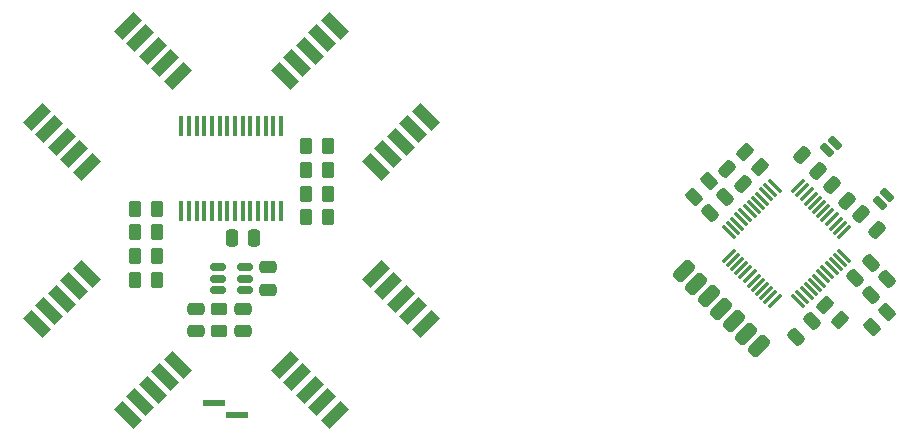
<source format=gtp>
G04 #@! TF.GenerationSoftware,KiCad,Pcbnew,9.0.3-9.0.3-0~ubuntu24.04.1*
G04 #@! TF.CreationDate,2025-07-13T11:29:56+02:00*
G04 #@! TF.ProjectId,PCBWatch,50434257-6174-4636-982e-6b696361645f,rev?*
G04 #@! TF.SameCoordinates,Original*
G04 #@! TF.FileFunction,Paste,Top*
G04 #@! TF.FilePolarity,Positive*
%FSLAX46Y46*%
G04 Gerber Fmt 4.6, Leading zero omitted, Abs format (unit mm)*
G04 Created by KiCad (PCBNEW 9.0.3-9.0.3-0~ubuntu24.04.1) date 2025-07-13 11:29:56*
%MOMM*%
%LPD*%
G01*
G04 APERTURE LIST*
G04 Aperture macros list*
%AMRoundRect*
0 Rectangle with rounded corners*
0 $1 Rounding radius*
0 $2 $3 $4 $5 $6 $7 $8 $9 X,Y pos of 4 corners*
0 Add a 4 corners polygon primitive as box body*
4,1,4,$2,$3,$4,$5,$6,$7,$8,$9,$2,$3,0*
0 Add four circle primitives for the rounded corners*
1,1,$1+$1,$2,$3*
1,1,$1+$1,$4,$5*
1,1,$1+$1,$6,$7*
1,1,$1+$1,$8,$9*
0 Add four rect primitives between the rounded corners*
20,1,$1+$1,$2,$3,$4,$5,0*
20,1,$1+$1,$4,$5,$6,$7,0*
20,1,$1+$1,$6,$7,$8,$9,0*
20,1,$1+$1,$8,$9,$2,$3,0*%
%AMRotRect*
0 Rectangle, with rotation*
0 The origin of the aperture is its center*
0 $1 length*
0 $2 width*
0 $3 Rotation angle, in degrees counterclockwise*
0 Add horizontal line*
21,1,$1,$2,0,0,$3*%
G04 Aperture macros list end*
%ADD10RoundRect,0.250000X-0.262500X-0.450000X0.262500X-0.450000X0.262500X0.450000X-0.262500X0.450000X0*%
%ADD11RoundRect,0.250000X0.475000X-0.250000X0.475000X0.250000X-0.475000X0.250000X-0.475000X-0.250000X0*%
%ADD12RoundRect,0.150000X-0.512500X-0.150000X0.512500X-0.150000X0.512500X0.150000X-0.512500X0.150000X0*%
%ADD13R,0.450000X1.750000*%
%ADD14RoundRect,0.250000X-0.450000X0.262500X-0.450000X-0.262500X0.450000X-0.262500X0.450000X0.262500X0*%
%ADD15RoundRect,0.250000X-0.250000X-0.475000X0.250000X-0.475000X0.250000X0.475000X-0.250000X0.475000X0*%
%ADD16RoundRect,0.330000X-0.318198X-0.629325X0.629325X0.318198X0.318198X0.629325X-0.629325X-0.318198X0*%
%ADD17RoundRect,0.090000X0.509117X-0.212132X-0.212132X0.509117X-0.509117X0.212132X0.212132X-0.509117X0*%
%ADD18RoundRect,0.250000X-0.159099X0.512652X-0.512652X0.159099X0.159099X-0.512652X0.512652X-0.159099X0*%
%ADD19RoundRect,0.250000X0.503814X0.132583X0.132583X0.503814X-0.503814X-0.132583X-0.132583X-0.503814X0*%
%ADD20RoundRect,0.250000X-0.132583X0.503814X-0.503814X0.132583X0.132583X-0.503814X0.503814X-0.132583X0*%
%ADD21RoundRect,0.250000X-0.512652X-0.159099X-0.159099X-0.512652X0.512652X0.159099X0.159099X0.512652X0*%
%ADD22RoundRect,0.250000X0.512652X0.159099X0.159099X0.512652X-0.512652X-0.159099X-0.159099X-0.512652X0*%
%ADD23RoundRect,0.250000X0.159099X-0.512652X0.512652X-0.159099X-0.159099X0.512652X-0.512652X0.159099X0*%
%ADD24RotRect,1.000000X2.300000X315.000000*%
%ADD25RoundRect,0.075000X0.415425X0.521491X-0.521491X-0.415425X-0.415425X-0.521491X0.521491X0.415425X0*%
%ADD26RoundRect,0.075000X-0.415425X0.521491X-0.521491X0.415425X0.415425X-0.521491X0.521491X-0.415425X0*%
%ADD27RoundRect,0.250000X0.132583X-0.503814X0.503814X-0.132583X-0.132583X0.503814X-0.503814X0.132583X0*%
%ADD28RoundRect,0.250000X0.262500X0.450000X-0.262500X0.450000X-0.262500X-0.450000X0.262500X-0.450000X0*%
%ADD29R,1.950000X0.500000*%
%ADD30RotRect,1.000000X2.300000X45.000000*%
G04 APERTURE END LIST*
D10*
G04 #@! TO.C,R1*
X28157320Y-15755179D03*
X26332320Y-15755179D03*
G04 #@! TD*
G04 #@! TO.C,R7*
X28164058Y-19755179D03*
X26339058Y-19755179D03*
G04 #@! TD*
G04 #@! TO.C,R6*
X28164058Y-17755179D03*
X26339058Y-17755179D03*
G04 #@! TD*
G04 #@! TO.C,R2*
X28157320Y-13755179D03*
X26332320Y-13755179D03*
G04 #@! TD*
D11*
G04 #@! TO.C,Cx1*
X17011962Y-27500942D03*
X17011962Y-29400942D03*
G04 #@! TD*
G04 #@! TO.C,C10*
X23070917Y-24000000D03*
X23070917Y-25900000D03*
G04 #@! TD*
D12*
G04 #@! TO.C,U3*
X21137500Y-24000000D03*
X21137500Y-24950000D03*
X21137500Y-25900000D03*
X18862500Y-25900000D03*
X18862500Y-24950000D03*
X18862500Y-24000000D03*
G04 #@! TD*
D13*
G04 #@! TO.C,U2*
X15775000Y-19200000D03*
X16425000Y-19200000D03*
X17075000Y-19200000D03*
X17725000Y-19200000D03*
X18375000Y-19200000D03*
X19025000Y-19200000D03*
X19675000Y-19200000D03*
X20325000Y-19200000D03*
X20975000Y-19200000D03*
X21625000Y-19200000D03*
X22275000Y-19200000D03*
X22925000Y-19200000D03*
X23575000Y-19200000D03*
X24225000Y-19200000D03*
X24225000Y-12000000D03*
X23575000Y-12000000D03*
X22925000Y-12000000D03*
X22275000Y-12000000D03*
X21625000Y-12000000D03*
X20975000Y-12000000D03*
X20325000Y-12000000D03*
X19675000Y-12000000D03*
X19025000Y-12000000D03*
X18375000Y-12000000D03*
X17725000Y-12000000D03*
X17075000Y-12000000D03*
X16425000Y-12000000D03*
X15775000Y-12000000D03*
G04 #@! TD*
D11*
G04 #@! TO.C,Cs1*
X21000000Y-27500000D03*
X21000000Y-29400000D03*
G04 #@! TD*
D14*
G04 #@! TO.C,Rs1*
X19000000Y-29362500D03*
X19000000Y-27537500D03*
G04 #@! TD*
D15*
G04 #@! TO.C,C11*
X20050000Y-21500000D03*
X21950000Y-21500000D03*
G04 #@! TD*
D16*
G04 #@! TO.C,J1*
X58318019Y-24318019D03*
X59378680Y-25378680D03*
X60439340Y-26439340D03*
X61500000Y-27500000D03*
X62560660Y-28560660D03*
X63621320Y-29621320D03*
X64681981Y-30681981D03*
G04 #@! TD*
D17*
G04 #@! TO.C,Y1*
X75545585Y-17909189D03*
X71090812Y-13454416D03*
X70454416Y-14090812D03*
X74909189Y-18545585D03*
G04 #@! TD*
D18*
G04 #@! TO.C,C2*
X69137829Y-28541491D03*
X67794327Y-29884993D03*
G04 #@! TD*
D19*
G04 #@! TO.C,R11*
X64763980Y-15528508D03*
X63473510Y-14238038D03*
G04 #@! TD*
D18*
G04 #@! TO.C,C1*
X75544978Y-25006795D03*
X74201476Y-26350297D03*
G04 #@! TD*
D20*
G04 #@! TO.C,R0*
X60456618Y-16726686D03*
X59166148Y-18017156D03*
G04 #@! TD*
D21*
G04 #@! TO.C,C9*
X73329951Y-19499999D03*
X74673453Y-20843501D03*
G04 #@! TD*
D22*
G04 #@! TO.C,C6*
X63332777Y-16983443D03*
X61989275Y-15639941D03*
G04 #@! TD*
G04 #@! TO.C,C8*
X72173453Y-18343501D03*
X70829951Y-16999999D03*
G04 #@! TD*
D23*
G04 #@! TO.C,C4*
X60500000Y-19411808D03*
X61843502Y-18068306D03*
G04 #@! TD*
D18*
G04 #@! TO.C,C3*
X74130765Y-23592581D03*
X72787263Y-24936083D03*
G04 #@! TD*
D21*
G04 #@! TO.C,C5*
X68329951Y-14499999D03*
X69673453Y-15843501D03*
G04 #@! TD*
D24*
G04 #@! TO.C,D4*
X24524948Y-32232412D03*
X25585608Y-33293072D03*
X26646268Y-34353732D03*
X27706928Y-35414392D03*
X28767588Y-36475052D03*
X36475052Y-28767588D03*
X35414392Y-27706928D03*
X34353732Y-26646268D03*
X33293072Y-25585608D03*
X32232412Y-24524948D03*
G04 #@! TD*
D25*
G04 #@! TO.C,U1*
X71887876Y-21001212D03*
X71534322Y-20647658D03*
X71180769Y-20294105D03*
X70827215Y-19940551D03*
X70473662Y-19586998D03*
X70120109Y-19233445D03*
X69766555Y-18879891D03*
X69413002Y-18526338D03*
X69059449Y-18172785D03*
X68705895Y-17819231D03*
X68352342Y-17465678D03*
X67998788Y-17112124D03*
D26*
X66001212Y-17112124D03*
X65647658Y-17465678D03*
X65294105Y-17819231D03*
X64940551Y-18172785D03*
X64586998Y-18526338D03*
X64233445Y-18879891D03*
X63879891Y-19233445D03*
X63526338Y-19586998D03*
X63172785Y-19940551D03*
X62819231Y-20294105D03*
X62465678Y-20647658D03*
X62112124Y-21001212D03*
D25*
X62112124Y-22998788D03*
X62465678Y-23352342D03*
X62819231Y-23705895D03*
X63172785Y-24059449D03*
X63526338Y-24413002D03*
X63879891Y-24766555D03*
X64233445Y-25120109D03*
X64586998Y-25473662D03*
X64940551Y-25827215D03*
X65294105Y-26180769D03*
X65647658Y-26534322D03*
X66001212Y-26887876D03*
D26*
X67998788Y-26887876D03*
X68352342Y-26534322D03*
X68705895Y-26180769D03*
X69059449Y-25827215D03*
X69413002Y-25473662D03*
X69766555Y-25120109D03*
X70120109Y-24766555D03*
X70473662Y-24413002D03*
X70827215Y-24059449D03*
X71180769Y-23705895D03*
X71534322Y-23352342D03*
X71887876Y-22998788D03*
G04 #@! TD*
D27*
G04 #@! TO.C,R9*
X74246962Y-29067696D03*
X75537432Y-27777226D03*
G04 #@! TD*
D19*
G04 #@! TO.C,R10*
X71528244Y-28467069D03*
X70237774Y-27176599D03*
G04 #@! TD*
D28*
G04 #@! TO.C,R3*
X13672872Y-21046613D03*
X11847872Y-21046613D03*
G04 #@! TD*
D29*
G04 #@! TO.C,J2*
X18550000Y-35500000D03*
X20500000Y-36500000D03*
G04 #@! TD*
D28*
G04 #@! TO.C,R8*
X13672872Y-19046613D03*
X11847872Y-19046613D03*
G04 #@! TD*
D24*
G04 #@! TO.C,D1*
X3524948Y-11232412D03*
X4585608Y-12293072D03*
X5646268Y-13353732D03*
X6706928Y-14414392D03*
X7767588Y-15475052D03*
X15475052Y-7767588D03*
X14414392Y-6706928D03*
X13353732Y-5646268D03*
X12293072Y-4585608D03*
X11232412Y-3524948D03*
G04 #@! TD*
D30*
G04 #@! TO.C,D3*
X11232412Y-36475052D03*
X12293072Y-35414392D03*
X13353732Y-34353732D03*
X14414392Y-33293072D03*
X15475052Y-32232412D03*
X7767588Y-24524948D03*
X6706928Y-25585608D03*
X5646268Y-26646268D03*
X4585608Y-27706928D03*
X3524948Y-28767588D03*
G04 #@! TD*
D28*
G04 #@! TO.C,R5*
X13672872Y-25046613D03*
X11847872Y-25046613D03*
G04 #@! TD*
G04 #@! TO.C,R4*
X13672872Y-23046613D03*
X11847872Y-23046613D03*
G04 #@! TD*
D30*
G04 #@! TO.C,D2*
X32232412Y-15475052D03*
X33293072Y-14414392D03*
X34353732Y-13353732D03*
X35414392Y-12293072D03*
X36475052Y-11232412D03*
X28767588Y-3524948D03*
X27706928Y-4585608D03*
X26646268Y-5646268D03*
X25585608Y-6706928D03*
X24524948Y-7767588D03*
G04 #@! TD*
M02*

</source>
